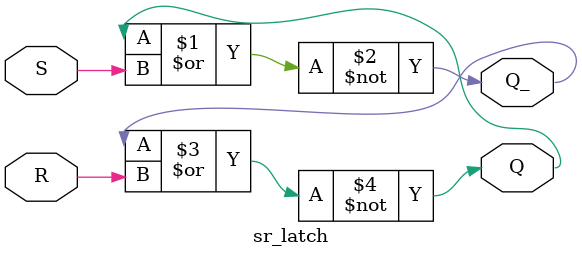
<source format=v>

module sr_latch (input S, R,
		output Q, Q_);

	nor (Q_, Q, S);
	nor (Q, Q_, R);

endmodule

</source>
